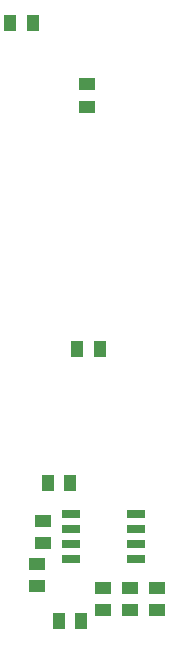
<source format=gbr>
G04*
G04 #@! TF.GenerationSoftware,Altium Limited,Altium Designer,23.0.1 (38)*
G04*
G04 Layer_Color=128*
%FSLAX44Y44*%
%MOMM*%
G71*
G04*
G04 #@! TF.SameCoordinates,7BCDEA22-2D04-4257-93D8-CBB99C7658D5*
G04*
G04*
G04 #@! TF.FilePolarity,Positive*
G04*
G01*
G75*
%ADD13R,1.0500X1.4500*%
%ADD14R,1.4500X1.0500*%
%ADD38R,1.4500X1.0000*%
%ADD39R,1.0000X1.4500*%
%ADD40R,1.5500X0.6500*%
D13*
X156536Y302881D02*
D03*
X175536D02*
D03*
X118852Y578844D02*
D03*
X99852D02*
D03*
X131796Y190077D02*
D03*
X150796D02*
D03*
D14*
X164484Y527307D02*
D03*
Y508307D02*
D03*
D38*
X127415Y138982D02*
D03*
Y157983D02*
D03*
X122341Y102476D02*
D03*
Y121476D02*
D03*
X178331Y101026D02*
D03*
Y82026D02*
D03*
X201233Y101050D02*
D03*
Y82050D02*
D03*
X223978Y101026D02*
D03*
Y82026D02*
D03*
D39*
X141081Y72870D02*
D03*
X160081D02*
D03*
D40*
X206689Y163932D02*
D03*
Y151232D02*
D03*
Y138532D02*
D03*
Y125832D02*
D03*
X151690D02*
D03*
Y138532D02*
D03*
Y151232D02*
D03*
Y163932D02*
D03*
M02*

</source>
